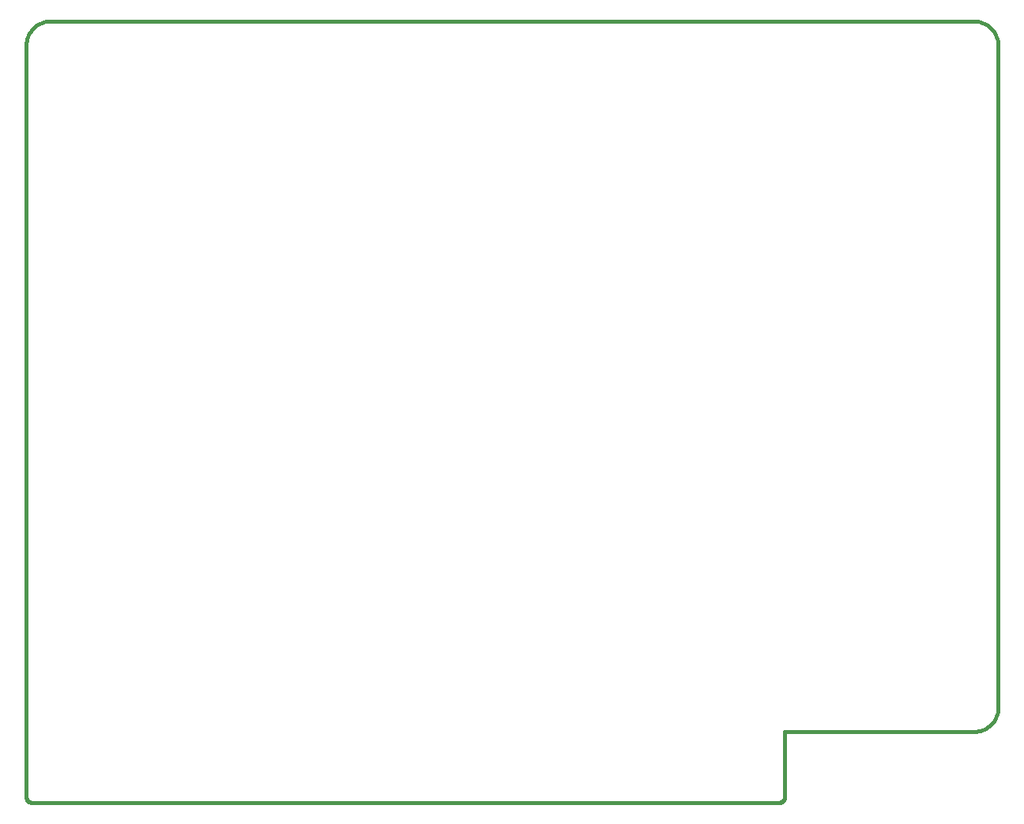
<source format=gbr>
G04 (created by PCBNEW-RS274X (2012-01-19 BZR 3256)-stable) date 12/21/2012 12:27:35 AM*
G01*
G70*
G90*
%MOIN*%
G04 Gerber Fmt 3.4, Leading zero omitted, Abs format*
%FSLAX34Y34*%
G04 APERTURE LIST*
%ADD10C,0.006000*%
%ADD11C,0.015000*%
G04 APERTURE END LIST*
G54D10*
G54D11*
X40000Y-52750D02*
X40000Y-21000D01*
X81000Y-49000D02*
X81000Y-21000D01*
X41000Y-20000D02*
X40913Y-20004D01*
X40827Y-20016D01*
X40742Y-20035D01*
X40658Y-20061D01*
X40578Y-20094D01*
X40501Y-20134D01*
X40427Y-20181D01*
X40358Y-20234D01*
X40293Y-20293D01*
X40234Y-20358D01*
X40181Y-20427D01*
X40134Y-20501D01*
X40094Y-20578D01*
X40061Y-20658D01*
X40035Y-20742D01*
X40016Y-20827D01*
X40004Y-20913D01*
X40000Y-21000D01*
X41000Y-20000D02*
X80000Y-20000D01*
X80000Y-50000D02*
X72000Y-50000D01*
X80000Y-50000D02*
X80087Y-49996D01*
X80173Y-49984D01*
X80258Y-49965D01*
X80342Y-49939D01*
X80422Y-49906D01*
X80500Y-49866D01*
X80573Y-49819D01*
X80642Y-49766D01*
X80707Y-49707D01*
X80766Y-49642D01*
X80819Y-49573D01*
X80866Y-49499D01*
X80906Y-49422D01*
X80939Y-49342D01*
X80965Y-49258D01*
X80984Y-49173D01*
X80996Y-49087D01*
X81000Y-49000D01*
X81000Y-21000D02*
X80996Y-20913D01*
X80984Y-20827D01*
X80965Y-20742D01*
X80939Y-20658D01*
X80906Y-20578D01*
X80866Y-20501D01*
X80819Y-20427D01*
X80766Y-20358D01*
X80707Y-20293D01*
X80642Y-20234D01*
X80573Y-20181D01*
X80500Y-20134D01*
X80422Y-20094D01*
X80342Y-20061D01*
X80258Y-20035D01*
X80173Y-20016D01*
X80087Y-20004D01*
X80000Y-20000D01*
X72000Y-52750D02*
X72000Y-50000D01*
X40250Y-53000D02*
X71750Y-53000D01*
X71750Y-53000D02*
X71771Y-52999D01*
X71793Y-52996D01*
X71814Y-52991D01*
X71835Y-52984D01*
X71855Y-52976D01*
X71875Y-52966D01*
X71893Y-52954D01*
X71910Y-52941D01*
X71926Y-52926D01*
X71941Y-52910D01*
X71954Y-52893D01*
X71966Y-52874D01*
X71976Y-52855D01*
X71984Y-52835D01*
X71991Y-52814D01*
X71996Y-52793D01*
X71999Y-52771D01*
X72000Y-52750D01*
X40000Y-52750D02*
X40001Y-52771D01*
X40004Y-52793D01*
X40009Y-52814D01*
X40016Y-52835D01*
X40024Y-52855D01*
X40034Y-52874D01*
X40046Y-52893D01*
X40059Y-52910D01*
X40074Y-52926D01*
X40090Y-52941D01*
X40107Y-52954D01*
X40126Y-52966D01*
X40145Y-52976D01*
X40165Y-52984D01*
X40186Y-52991D01*
X40207Y-52996D01*
X40229Y-52999D01*
X40250Y-53000D01*
M02*

</source>
